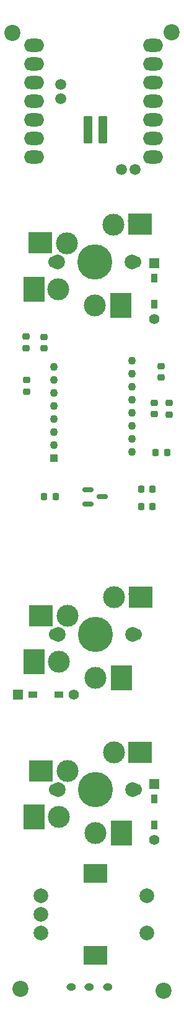
<source format=gbr>
%TF.GenerationSoftware,KiCad,Pcbnew,8.0.6*%
%TF.CreationDate,2025-11-06T23:07:29+09:00*%
%TF.ProjectId,tstick,74737469-636b-42e6-9b69-6361645f7063,rev?*%
%TF.SameCoordinates,Original*%
%TF.FileFunction,Soldermask,Bot*%
%TF.FilePolarity,Negative*%
%FSLAX46Y46*%
G04 Gerber Fmt 4.6, Leading zero omitted, Abs format (unit mm)*
G04 Created by KiCad (PCBNEW 8.0.6) date 2025-11-06 23:07:29*
%MOMM*%
%LPD*%
G01*
G04 APERTURE LIST*
G04 Aperture macros list*
%AMRoundRect*
0 Rectangle with rounded corners*
0 $1 Rounding radius*
0 $2 $3 $4 $5 $6 $7 $8 $9 X,Y pos of 4 corners*
0 Add a 4 corners polygon primitive as box body*
4,1,4,$2,$3,$4,$5,$6,$7,$8,$9,$2,$3,0*
0 Add four circle primitives for the rounded corners*
1,1,$1+$1,$2,$3*
1,1,$1+$1,$4,$5*
1,1,$1+$1,$6,$7*
1,1,$1+$1,$8,$9*
0 Add four rect primitives between the rounded corners*
20,1,$1+$1,$2,$3,$4,$5,0*
20,1,$1+$1,$4,$5,$6,$7,0*
20,1,$1+$1,$6,$7,$8,$9,0*
20,1,$1+$1,$8,$9,$2,$3,0*%
G04 Aperture macros list end*
%ADD10RoundRect,0.225000X-0.225000X-0.250000X0.225000X-0.250000X0.225000X0.250000X-0.225000X0.250000X0*%
%ADD11RoundRect,0.225000X0.250000X-0.225000X0.250000X0.225000X-0.250000X0.225000X-0.250000X-0.225000X0*%
%ADD12RoundRect,0.102000X-0.500000X-1.750000X0.500000X-1.750000X0.500000X1.750000X-0.500000X1.750000X0*%
%ADD13O,1.300000X1.000000*%
%ADD14C,2.000000*%
%ADD15R,3.200000X2.500000*%
%ADD16R,1.397000X1.397000*%
%ADD17R,0.950000X1.300000*%
%ADD18C,1.397000*%
%ADD19C,2.200000*%
%ADD20O,2.750000X1.800000*%
%ADD21C,1.500000*%
%ADD22C,1.700000*%
%ADD23C,3.000000*%
%ADD24C,4.800000*%
%ADD25C,1.000000*%
%ADD26R,3.000000X3.500000*%
%ADD27R,3.300000X3.000000*%
%ADD28RoundRect,0.150000X-0.587500X-0.150000X0.587500X-0.150000X0.587500X0.150000X-0.587500X0.150000X0*%
%ADD29R,1.300000X0.950000*%
%ADD30RoundRect,0.250000X0.300000X-0.300000X0.300000X0.300000X-0.300000X0.300000X-0.300000X-0.300000X0*%
%ADD31C,1.100000*%
G04 APERTURE END LIST*
D10*
%TO.C,C9*%
X106259300Y-102399600D03*
X107809300Y-102399600D03*
%TD*%
D11*
%TO.C,C7*%
X110043900Y-89804100D03*
X110043900Y-88254100D03*
%TD*%
%TO.C,C5*%
X93000000Y-80775000D03*
X93000000Y-79225000D03*
%TD*%
D10*
%TO.C,C8*%
X108225000Y-95000000D03*
X109775000Y-95000000D03*
%TD*%
D11*
%TO.C,R1*%
X90547600Y-85123800D03*
X90547600Y-86673800D03*
%TD*%
D10*
%TO.C,C2*%
X107775000Y-100000000D03*
X106225000Y-100000000D03*
%TD*%
%TO.C,C1*%
X93000000Y-101000000D03*
X94550000Y-101000000D03*
%TD*%
D11*
%TO.C,C6*%
X108000000Y-88225000D03*
X108000000Y-89775000D03*
%TD*%
%TO.C,C3*%
X109000000Y-84775000D03*
X109000000Y-83225000D03*
%TD*%
%TO.C,C4*%
X90466900Y-80761000D03*
X90466900Y-79211000D03*
%TD*%
D12*
%TO.C,BT1*%
X99000000Y-51000000D03*
X101000000Y-51000000D03*
%TD*%
D13*
%TO.C,SW21*%
X101641563Y-167927176D03*
X99141563Y-167927176D03*
X96641563Y-167927176D03*
%TD*%
D14*
%TO.C,SW4*%
X92500000Y-155500000D03*
X92500000Y-160500000D03*
X92500000Y-158000000D03*
D15*
X100000000Y-152400000D03*
X100000000Y-163600000D03*
D14*
X107000000Y-160500000D03*
X107000000Y-155500000D03*
%TD*%
D16*
%TO.C,D1*%
X108000000Y-69190000D03*
D17*
X108000000Y-71225000D03*
X108000000Y-74775000D03*
D18*
X108000000Y-76810000D03*
%TD*%
D19*
%TO.C,Ref\u002A\u002A*%
X88645844Y-37775358D03*
%TD*%
D20*
%TO.C,U1*%
X91589400Y-39434700D03*
X91589400Y-41974700D03*
X91589400Y-44514700D03*
X91589400Y-47054700D03*
X91589400Y-49594700D03*
X91589400Y-52134700D03*
X91589400Y-54674700D03*
X107829400Y-54674700D03*
X107829400Y-52134700D03*
X107829400Y-49594700D03*
X107829400Y-47054700D03*
X107829400Y-44514700D03*
X107829400Y-41974700D03*
X107829400Y-39434700D03*
D21*
X103544800Y-56366700D03*
X105424400Y-56366700D03*
X95264400Y-46737700D03*
X95264400Y-44832700D03*
%TD*%
D22*
%TO.C,SW3*%
X94464200Y-141000000D03*
D14*
X94884200Y-141000000D03*
D23*
X94964200Y-144700000D03*
X96154200Y-138460000D03*
D24*
X99964200Y-141000000D03*
D23*
X99964200Y-146900000D03*
X102504200Y-135920000D03*
D25*
X104964200Y-135450000D03*
D14*
X105044200Y-141000000D03*
D22*
X105464200Y-141000000D03*
D26*
X91614200Y-144700000D03*
D27*
X92514200Y-138420000D03*
D26*
X103514200Y-146900000D03*
D27*
X106114200Y-135880000D03*
%TD*%
D28*
%TO.C,U2*%
X99000000Y-102000000D03*
X99000000Y-100100000D03*
X100875000Y-101050000D03*
%TD*%
D19*
%TO.C,Ref\u002A\u002A*%
X89765600Y-168156779D03*
%TD*%
D16*
%TO.C,D2*%
X89415000Y-128000000D03*
D29*
X91450000Y-128000000D03*
X95000000Y-128000000D03*
D18*
X97035000Y-128000000D03*
%TD*%
D22*
%TO.C,SW2*%
X94485623Y-119831343D03*
D14*
X94905623Y-119831343D03*
D23*
X94985623Y-123531343D03*
X96175623Y-117291343D03*
D24*
X99985623Y-119831343D03*
D23*
X99985623Y-125731343D03*
X102525623Y-114751343D03*
D25*
X104985623Y-114281343D03*
D14*
X105065623Y-119831343D03*
D22*
X105485623Y-119831343D03*
D26*
X91635623Y-123531343D03*
D27*
X92535623Y-117251343D03*
D26*
X103535623Y-125731343D03*
D27*
X106135623Y-114711343D03*
%TD*%
D19*
%TO.C,Ref\u002A\u002A*%
X110400604Y-37675327D03*
%TD*%
D16*
%TO.C,D3*%
X108000000Y-140190000D03*
D17*
X108000000Y-142225000D03*
X108000000Y-145775000D03*
D18*
X108000000Y-147810000D03*
%TD*%
D22*
%TO.C,SW1*%
X94420000Y-69000000D03*
D14*
X94840000Y-69000000D03*
D23*
X94920000Y-72700000D03*
X96110000Y-66460000D03*
D24*
X99920000Y-69000000D03*
D23*
X99920000Y-74900000D03*
X102460000Y-63920000D03*
D25*
X104920000Y-63450000D03*
D14*
X105000000Y-69000000D03*
D22*
X105420000Y-69000000D03*
D26*
X91570000Y-72700000D03*
D27*
X92470000Y-66420000D03*
D26*
X103470000Y-74900000D03*
D27*
X106070000Y-63880000D03*
%TD*%
D19*
%TO.C,Ref\u002A\u002A*%
X109337922Y-168391178D03*
%TD*%
D30*
%TO.C,pmw3610*%
X94300000Y-95790000D03*
D31*
X94300000Y-94010000D03*
X94300000Y-92230000D03*
X94300000Y-90450000D03*
X94300000Y-88670000D03*
X94300000Y-86890000D03*
X94300000Y-85110000D03*
X94300000Y-83330000D03*
X105000000Y-82440000D03*
X105000000Y-84220000D03*
X105000000Y-86000000D03*
X105000000Y-87780000D03*
X105000000Y-89560000D03*
X105000000Y-91340000D03*
X105000000Y-93120000D03*
X105000000Y-94900000D03*
%TD*%
M02*

</source>
